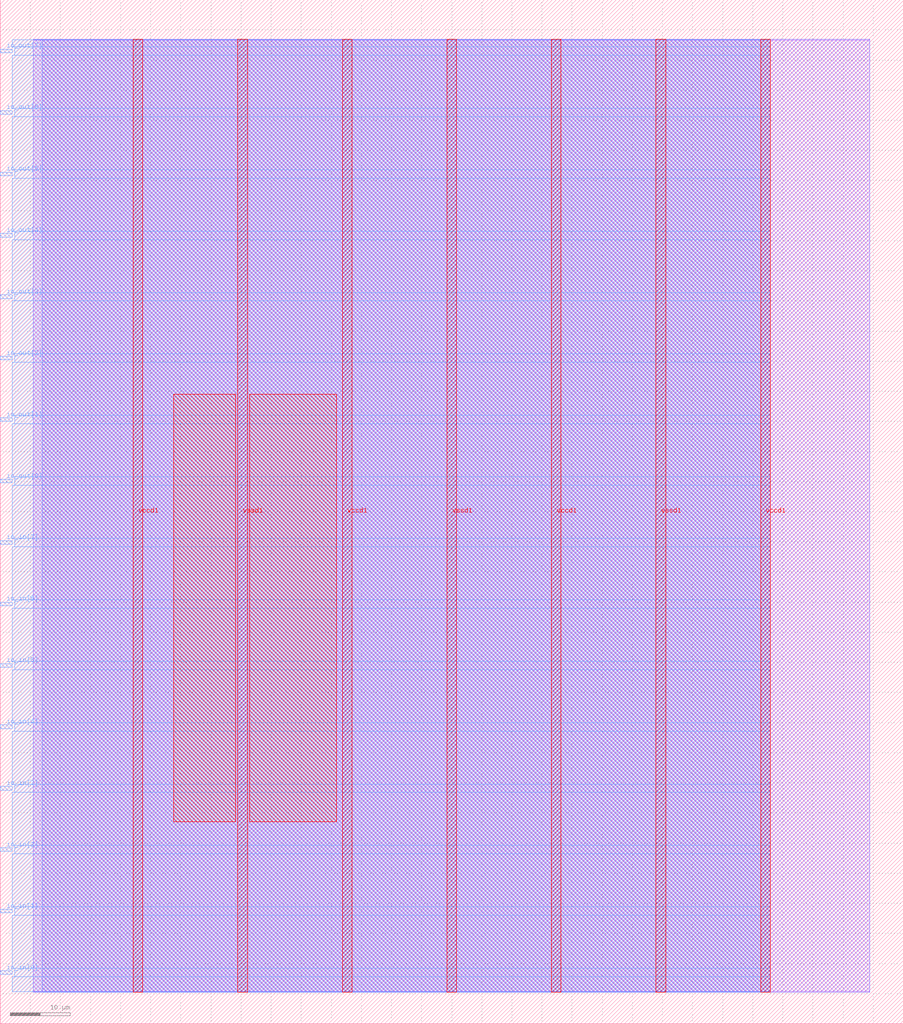
<source format=lef>
VERSION 5.7 ;
  NOWIREEXTENSIONATPIN ON ;
  DIVIDERCHAR "/" ;
  BUSBITCHARS "[]" ;
MACRO user_module_nickoe
  CLASS BLOCK ;
  FOREIGN user_module_nickoe ;
  ORIGIN 0.000 0.000 ;
  SIZE 150.000 BY 170.000 ;
  PIN io_in[0]
    DIRECTION INPUT ;
    USE SIGNAL ;
    PORT
      LAYER met3 ;
        RECT 0.000 8.200 2.000 8.800 ;
    END
  END io_in[0]
  PIN io_in[1]
    DIRECTION INPUT ;
    USE SIGNAL ;
    PORT
      LAYER met3 ;
        RECT 0.000 18.400 2.000 19.000 ;
    END
  END io_in[1]
  PIN io_in[2]
    DIRECTION INPUT ;
    USE SIGNAL ;
    PORT
      LAYER met3 ;
        RECT 0.000 28.600 2.000 29.200 ;
    END
  END io_in[2]
  PIN io_in[3]
    DIRECTION INPUT ;
    USE SIGNAL ;
    PORT
      LAYER met3 ;
        RECT 0.000 38.800 2.000 39.400 ;
    END
  END io_in[3]
  PIN io_in[4]
    DIRECTION INPUT ;
    USE SIGNAL ;
    PORT
      LAYER met3 ;
        RECT 0.000 49.000 2.000 49.600 ;
    END
  END io_in[4]
  PIN io_in[5]
    DIRECTION INPUT ;
    USE SIGNAL ;
    PORT
      LAYER met3 ;
        RECT 0.000 59.200 2.000 59.800 ;
    END
  END io_in[5]
  PIN io_in[6]
    DIRECTION INPUT ;
    USE SIGNAL ;
    PORT
      LAYER met3 ;
        RECT 0.000 69.400 2.000 70.000 ;
    END
  END io_in[6]
  PIN io_in[7]
    DIRECTION INPUT ;
    USE SIGNAL ;
    PORT
      LAYER met3 ;
        RECT 0.000 79.600 2.000 80.200 ;
    END
  END io_in[7]
  PIN io_out[0]
    DIRECTION OUTPUT TRISTATE ;
    USE SIGNAL ;
    PORT
      LAYER met3 ;
        RECT 0.000 89.800 2.000 90.400 ;
    END
  END io_out[0]
  PIN io_out[1]
    DIRECTION OUTPUT TRISTATE ;
    USE SIGNAL ;
    PORT
      LAYER met3 ;
        RECT 0.000 100.000 2.000 100.600 ;
    END
  END io_out[1]
  PIN io_out[2]
    DIRECTION OUTPUT TRISTATE ;
    USE SIGNAL ;
    PORT
      LAYER met3 ;
        RECT 0.000 110.200 2.000 110.800 ;
    END
  END io_out[2]
  PIN io_out[3]
    DIRECTION OUTPUT TRISTATE ;
    USE SIGNAL ;
    PORT
      LAYER met3 ;
        RECT 0.000 120.400 2.000 121.000 ;
    END
  END io_out[3]
  PIN io_out[4]
    DIRECTION OUTPUT TRISTATE ;
    USE SIGNAL ;
    PORT
      LAYER met3 ;
        RECT 0.000 130.600 2.000 131.200 ;
    END
  END io_out[4]
  PIN io_out[5]
    DIRECTION OUTPUT TRISTATE ;
    USE SIGNAL ;
    PORT
      LAYER met3 ;
        RECT 0.000 140.800 2.000 141.400 ;
    END
  END io_out[5]
  PIN io_out[6]
    DIRECTION OUTPUT TRISTATE ;
    USE SIGNAL ;
    PORT
      LAYER met3 ;
        RECT 0.000 151.000 2.000 151.600 ;
    END
  END io_out[6]
  PIN io_out[7]
    DIRECTION OUTPUT TRISTATE ;
    USE SIGNAL ;
    PORT
      LAYER met3 ;
        RECT 0.000 161.200 2.000 161.800 ;
    END
  END io_out[7]
  PIN vccd1
    DIRECTION INOUT ;
    USE POWER ;
    PORT
      LAYER met4 ;
        RECT 22.090 5.200 23.690 163.440 ;
    END
    PORT
      LAYER met4 ;
        RECT 56.830 5.200 58.430 163.440 ;
    END
    PORT
      LAYER met4 ;
        RECT 91.570 5.200 93.170 163.440 ;
    END
    PORT
      LAYER met4 ;
        RECT 126.310 5.200 127.910 163.440 ;
    END
  END vccd1
  PIN vssd1
    DIRECTION INOUT ;
    USE GROUND ;
    PORT
      LAYER met4 ;
        RECT 39.460 5.200 41.060 163.440 ;
    END
    PORT
      LAYER met4 ;
        RECT 74.200 5.200 75.800 163.440 ;
    END
    PORT
      LAYER met4 ;
        RECT 108.940 5.200 110.540 163.440 ;
    END
  END vssd1
  OBS
      LAYER li1 ;
        RECT 5.520 5.355 144.440 163.285 ;
      LAYER met1 ;
        RECT 5.520 5.200 144.440 163.440 ;
      LAYER met2 ;
        RECT 7.000 5.255 127.880 163.385 ;
      LAYER met3 ;
        RECT 2.000 162.200 127.900 163.365 ;
        RECT 2.400 160.800 127.900 162.200 ;
        RECT 2.000 152.000 127.900 160.800 ;
        RECT 2.400 150.600 127.900 152.000 ;
        RECT 2.000 141.800 127.900 150.600 ;
        RECT 2.400 140.400 127.900 141.800 ;
        RECT 2.000 131.600 127.900 140.400 ;
        RECT 2.400 130.200 127.900 131.600 ;
        RECT 2.000 121.400 127.900 130.200 ;
        RECT 2.400 120.000 127.900 121.400 ;
        RECT 2.000 111.200 127.900 120.000 ;
        RECT 2.400 109.800 127.900 111.200 ;
        RECT 2.000 101.000 127.900 109.800 ;
        RECT 2.400 99.600 127.900 101.000 ;
        RECT 2.000 90.800 127.900 99.600 ;
        RECT 2.400 89.400 127.900 90.800 ;
        RECT 2.000 80.600 127.900 89.400 ;
        RECT 2.400 79.200 127.900 80.600 ;
        RECT 2.000 70.400 127.900 79.200 ;
        RECT 2.400 69.000 127.900 70.400 ;
        RECT 2.000 60.200 127.900 69.000 ;
        RECT 2.400 58.800 127.900 60.200 ;
        RECT 2.000 50.000 127.900 58.800 ;
        RECT 2.400 48.600 127.900 50.000 ;
        RECT 2.000 39.800 127.900 48.600 ;
        RECT 2.400 38.400 127.900 39.800 ;
        RECT 2.000 29.600 127.900 38.400 ;
        RECT 2.400 28.200 127.900 29.600 ;
        RECT 2.000 19.400 127.900 28.200 ;
        RECT 2.400 18.000 127.900 19.400 ;
        RECT 2.000 9.200 127.900 18.000 ;
        RECT 2.400 7.800 127.900 9.200 ;
        RECT 2.000 5.275 127.900 7.800 ;
      LAYER met4 ;
        RECT 28.815 33.495 39.060 104.545 ;
        RECT 41.460 33.495 55.825 104.545 ;
  END
END user_module_nickoe
END LIBRARY


</source>
